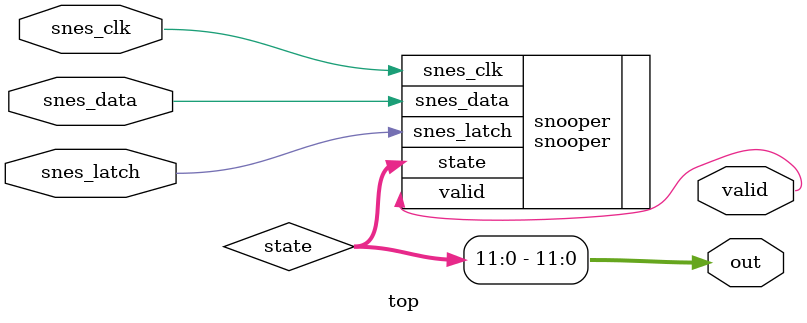
<source format=sv>
module top (
	input logic snes_clk,
	input logic snes_latch,
	input logic snes_data,


    output logic valid,
    output [11:0] out
	);
	
    wire [15:0] state;

    snooper snooper(
        .snes_clk(snes_clk),
        .snes_latch(snes_latch),
        .snes_data(snes_data),
        .state(state),
        .valid(valid)
    );

    always_comb begin
        out = state[11:0];
    end
endmodule: top
</source>
